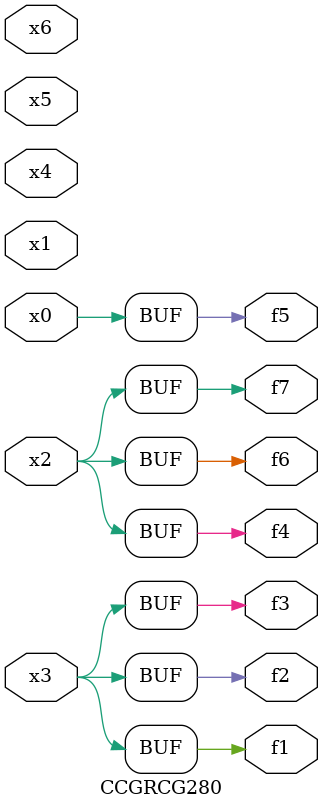
<source format=v>
module CCGRCG280(
	input x0, x1, x2, x3, x4, x5, x6,
	output f1, f2, f3, f4, f5, f6, f7
);
	assign f1 = x3;
	assign f2 = x3;
	assign f3 = x3;
	assign f4 = x2;
	assign f5 = x0;
	assign f6 = x2;
	assign f7 = x2;
endmodule

</source>
